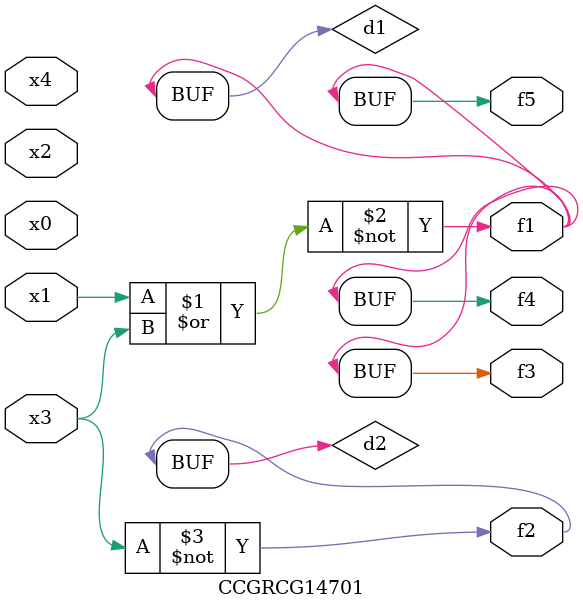
<source format=v>
module CCGRCG14701(
	input x0, x1, x2, x3, x4,
	output f1, f2, f3, f4, f5
);

	wire d1, d2;

	nor (d1, x1, x3);
	not (d2, x3);
	assign f1 = d1;
	assign f2 = d2;
	assign f3 = d1;
	assign f4 = d1;
	assign f5 = d1;
endmodule

</source>
